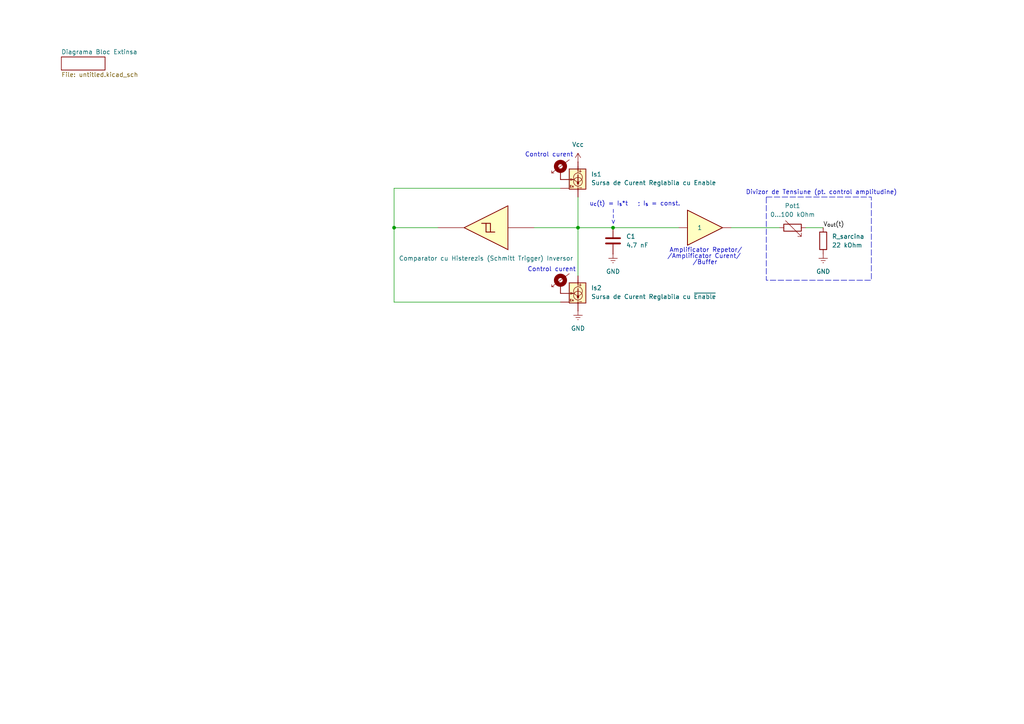
<source format=kicad_sch>
(kicad_sch
	(version 20231120)
	(generator "eeschema")
	(generator_version "8.0")
	(uuid "bef26068-d4bd-4eb9-8499-f4310890c622")
	(paper "A4")
	(lib_symbols
		(symbol "74xGxx:74LVC2G17"
			(pin_numbers hide)
			(exclude_from_sim no)
			(in_bom yes)
			(on_board yes)
			(property "Reference" "U"
				(at -1.27 7.62 0)
				(effects
					(font
						(size 1.27 1.27)
					)
				)
			)
			(property "Value" "74LVC2G17"
				(at 2.54 -7.62 0)
				(effects
					(font
						(size 1.27 1.27)
					)
				)
			)
			(property "Footprint" ""
				(at 0 0 0)
				(effects
					(font
						(size 1.27 1.27)
					)
					(hide yes)
				)
			)
			(property "Datasheet" "http://www.ti.com/lit/sg/scyt129e/scyt129e.pdf"
				(at 0 0 0)
				(effects
					(font
						(size 1.27 1.27)
					)
					(hide yes)
				)
			)
			(property "Description" "Dual Buffer, Schmitt Triggered, Low-Voltage CMOS"
				(at 0 0 0)
				(effects
					(font
						(size 1.27 1.27)
					)
					(hide yes)
				)
			)
			(property "ki_keywords" "Dual Buffer Schmitt LVC CMOS"
				(at 0 0 0)
				(effects
					(font
						(size 1.27 1.27)
					)
					(hide yes)
				)
			)
			(property "ki_fp_filters" "SG-* SOT*"
				(at 0 0 0)
				(effects
					(font
						(size 1.27 1.27)
					)
					(hide yes)
				)
			)
			(symbol "74LVC2G17_1_1"
				(polyline
					(pts
						(xy -2.54 1.27) (xy -1.27 1.27) (xy -1.27 -1.27)
					)
					(stroke
						(width 0.254)
						(type default)
					)
					(fill
						(type background)
					)
				)
				(polyline
					(pts
						(xy -7.62 6.35) (xy -7.62 -6.35) (xy 5.08 0) (xy -7.62 6.35)
					)
					(stroke
						(width 0.254)
						(type default)
					)
					(fill
						(type background)
					)
				)
				(polyline
					(pts
						(xy -3.81 1.27) (xy -2.54 1.27) (xy -2.54 -1.27) (xy 0 -1.27)
					)
					(stroke
						(width 0.254)
						(type default)
					)
					(fill
						(type background)
					)
				)
				(pin input line
					(at -15.24 0 0)
					(length 7.62)
					(name "~"
						(effects
							(font
								(size 1.27 1.27)
							)
						)
					)
					(number "1"
						(effects
							(font
								(size 1.27 1.27)
							)
						)
					)
				)
				(pin output line
					(at 12.7 0 180)
					(length 7.62)
					(name "~"
						(effects
							(font
								(size 1.27 1.27)
							)
						)
					)
					(number "6"
						(effects
							(font
								(size 1.27 1.27)
							)
						)
					)
				)
			)
			(symbol "74LVC2G17_2_1"
				(polyline
					(pts
						(xy -2.54 1.27) (xy -1.27 1.27) (xy -1.27 -1.27)
					)
					(stroke
						(width 0.254)
						(type default)
					)
					(fill
						(type background)
					)
				)
				(polyline
					(pts
						(xy -7.62 6.35) (xy -7.62 -6.35) (xy 5.08 0) (xy -7.62 6.35)
					)
					(stroke
						(width 0.254)
						(type default)
					)
					(fill
						(type background)
					)
				)
				(polyline
					(pts
						(xy -3.81 1.27) (xy -2.54 1.27) (xy -2.54 -1.27) (xy 0 -1.27)
					)
					(stroke
						(width 0.254)
						(type default)
					)
					(fill
						(type background)
					)
				)
				(pin input line
					(at -15.24 0 0)
					(length 7.62)
					(name "~"
						(effects
							(font
								(size 1.27 1.27)
							)
						)
					)
					(number "3"
						(effects
							(font
								(size 1.27 1.27)
							)
						)
					)
				)
				(pin output line
					(at 12.7 0 180)
					(length 7.62)
					(name "~"
						(effects
							(font
								(size 1.27 1.27)
							)
						)
					)
					(number "4"
						(effects
							(font
								(size 1.27 1.27)
							)
						)
					)
				)
			)
			(symbol "74LVC2G17_3_0"
				(rectangle
					(start -5.08 -5.08)
					(end 5.08 5.08)
					(stroke
						(width 0.254)
						(type default)
					)
					(fill
						(type background)
					)
				)
			)
			(symbol "74LVC2G17_3_1"
				(pin power_in line
					(at 0 -10.16 90)
					(length 5.08)
					(name "GND"
						(effects
							(font
								(size 1.27 1.27)
							)
						)
					)
					(number "2"
						(effects
							(font
								(size 1.27 1.27)
							)
						)
					)
				)
				(pin power_in line
					(at 0 10.16 270)
					(length 5.08)
					(name "VCC"
						(effects
							(font
								(size 1.27 1.27)
							)
						)
					)
					(number "5"
						(effects
							(font
								(size 1.27 1.27)
							)
						)
					)
				)
			)
		)
		(symbol "Device:C"
			(pin_numbers hide)
			(pin_names
				(offset 0.254)
			)
			(exclude_from_sim no)
			(in_bom yes)
			(on_board yes)
			(property "Reference" "C"
				(at 0.635 2.54 0)
				(effects
					(font
						(size 1.27 1.27)
					)
					(justify left)
				)
			)
			(property "Value" "C"
				(at 0.635 -2.54 0)
				(effects
					(font
						(size 1.27 1.27)
					)
					(justify left)
				)
			)
			(property "Footprint" ""
				(at 0.9652 -3.81 0)
				(effects
					(font
						(size 1.27 1.27)
					)
					(hide yes)
				)
			)
			(property "Datasheet" "~"
				(at 0 0 0)
				(effects
					(font
						(size 1.27 1.27)
					)
					(hide yes)
				)
			)
			(property "Description" "Unpolarized capacitor"
				(at 0 0 0)
				(effects
					(font
						(size 1.27 1.27)
					)
					(hide yes)
				)
			)
			(property "ki_keywords" "cap capacitor"
				(at 0 0 0)
				(effects
					(font
						(size 1.27 1.27)
					)
					(hide yes)
				)
			)
			(property "ki_fp_filters" "C_*"
				(at 0 0 0)
				(effects
					(font
						(size 1.27 1.27)
					)
					(hide yes)
				)
			)
			(symbol "C_0_1"
				(polyline
					(pts
						(xy -2.032 -0.762) (xy 2.032 -0.762)
					)
					(stroke
						(width 0.508)
						(type default)
					)
					(fill
						(type none)
					)
				)
				(polyline
					(pts
						(xy -2.032 0.762) (xy 2.032 0.762)
					)
					(stroke
						(width 0.508)
						(type default)
					)
					(fill
						(type none)
					)
				)
			)
			(symbol "C_1_1"
				(pin passive line
					(at 0 3.81 270)
					(length 2.794)
					(name "~"
						(effects
							(font
								(size 1.27 1.27)
							)
						)
					)
					(number "1"
						(effects
							(font
								(size 1.27 1.27)
							)
						)
					)
				)
				(pin passive line
					(at 0 -3.81 90)
					(length 2.794)
					(name "~"
						(effects
							(font
								(size 1.27 1.27)
							)
						)
					)
					(number "2"
						(effects
							(font
								(size 1.27 1.27)
							)
						)
					)
				)
			)
		)
		(symbol "Device:R"
			(pin_numbers hide)
			(pin_names
				(offset 0)
			)
			(exclude_from_sim no)
			(in_bom yes)
			(on_board yes)
			(property "Reference" "R"
				(at 2.032 0 90)
				(effects
					(font
						(size 1.27 1.27)
					)
				)
			)
			(property "Value" "R"
				(at 0 0 90)
				(effects
					(font
						(size 1.27 1.27)
					)
				)
			)
			(property "Footprint" ""
				(at -1.778 0 90)
				(effects
					(font
						(size 1.27 1.27)
					)
					(hide yes)
				)
			)
			(property "Datasheet" "~"
				(at 0 0 0)
				(effects
					(font
						(size 1.27 1.27)
					)
					(hide yes)
				)
			)
			(property "Description" "Resistor"
				(at 0 0 0)
				(effects
					(font
						(size 1.27 1.27)
					)
					(hide yes)
				)
			)
			(property "ki_keywords" "R res resistor"
				(at 0 0 0)
				(effects
					(font
						(size 1.27 1.27)
					)
					(hide yes)
				)
			)
			(property "ki_fp_filters" "R_*"
				(at 0 0 0)
				(effects
					(font
						(size 1.27 1.27)
					)
					(hide yes)
				)
			)
			(symbol "R_0_1"
				(rectangle
					(start -1.016 -2.54)
					(end 1.016 2.54)
					(stroke
						(width 0.254)
						(type default)
					)
					(fill
						(type none)
					)
				)
			)
			(symbol "R_1_1"
				(pin passive line
					(at 0 3.81 270)
					(length 1.27)
					(name "~"
						(effects
							(font
								(size 1.27 1.27)
							)
						)
					)
					(number "1"
						(effects
							(font
								(size 1.27 1.27)
							)
						)
					)
				)
				(pin passive line
					(at 0 -3.81 90)
					(length 1.27)
					(name "~"
						(effects
							(font
								(size 1.27 1.27)
							)
						)
					)
					(number "2"
						(effects
							(font
								(size 1.27 1.27)
							)
						)
					)
				)
			)
		)
		(symbol "Device:R_Variable"
			(pin_numbers hide)
			(pin_names
				(offset 0)
			)
			(exclude_from_sim no)
			(in_bom yes)
			(on_board yes)
			(property "Reference" "R"
				(at 2.54 -2.54 90)
				(effects
					(font
						(size 1.27 1.27)
					)
					(justify left)
				)
			)
			(property "Value" "R_Variable"
				(at -2.54 -1.27 90)
				(effects
					(font
						(size 1.27 1.27)
					)
					(justify left)
				)
			)
			(property "Footprint" ""
				(at -1.778 0 90)
				(effects
					(font
						(size 1.27 1.27)
					)
					(hide yes)
				)
			)
			(property "Datasheet" "~"
				(at 0 0 0)
				(effects
					(font
						(size 1.27 1.27)
					)
					(hide yes)
				)
			)
			(property "Description" "Variable resistor"
				(at 0 0 0)
				(effects
					(font
						(size 1.27 1.27)
					)
					(hide yes)
				)
			)
			(property "ki_keywords" "R res resistor variable potentiometer rheostat"
				(at 0 0 0)
				(effects
					(font
						(size 1.27 1.27)
					)
					(hide yes)
				)
			)
			(property "ki_fp_filters" "R_*"
				(at 0 0 0)
				(effects
					(font
						(size 1.27 1.27)
					)
					(hide yes)
				)
			)
			(symbol "R_Variable_0_1"
				(rectangle
					(start -1.016 -2.54)
					(end 1.016 2.54)
					(stroke
						(width 0.254)
						(type default)
					)
					(fill
						(type none)
					)
				)
				(polyline
					(pts
						(xy 2.54 1.524) (xy 2.54 2.54) (xy 1.524 2.54) (xy 2.54 2.54) (xy -2.032 -2.032)
					)
					(stroke
						(width 0)
						(type default)
					)
					(fill
						(type none)
					)
				)
			)
			(symbol "R_Variable_1_1"
				(pin passive line
					(at 0 3.81 270)
					(length 1.27)
					(name "~"
						(effects
							(font
								(size 1.27 1.27)
							)
						)
					)
					(number "1"
						(effects
							(font
								(size 1.27 1.27)
							)
						)
					)
				)
				(pin passive line
					(at 0 -3.81 90)
					(length 1.27)
					(name "~"
						(effects
							(font
								(size 1.27 1.27)
							)
						)
					)
					(number "2"
						(effects
							(font
								(size 1.27 1.27)
							)
						)
					)
				)
			)
		)
		(symbol "Mechanical:MountingHole_Pad"
			(pin_numbers hide)
			(pin_names
				(offset 1.016) hide)
			(exclude_from_sim no)
			(in_bom yes)
			(on_board yes)
			(property "Reference" "H1"
				(at 3.81 1.27 90)
				(effects
					(font
						(size 1.27 1.27)
					)
					(hide yes)
				)
			)
			(property "Value" "MountingHole_Pad"
				(at 3.81 1.27 90)
				(effects
					(font
						(size 1.27 1.27)
					)
					(hide yes)
				)
			)
			(property "Footprint" ""
				(at 0 0 0)
				(effects
					(font
						(size 1.27 1.27)
					)
					(hide yes)
				)
			)
			(property "Datasheet" "~"
				(at 0 0 0)
				(effects
					(font
						(size 1.27 1.27)
					)
					(hide yes)
				)
			)
			(property "Description" "Mounting Hole with connection"
				(at 0 0 0)
				(effects
					(font
						(size 1.27 1.27)
					)
					(hide yes)
				)
			)
			(property "ki_keywords" "mounting hole"
				(at 0 0 0)
				(effects
					(font
						(size 1.27 1.27)
					)
					(hide yes)
				)
			)
			(property "ki_fp_filters" "MountingHole*Pad*"
				(at 0 0 0)
				(effects
					(font
						(size 1.27 1.27)
					)
					(hide yes)
				)
			)
			(symbol "MountingHole_Pad_0_1"
				(polyline
					(pts
						(xy -2.54 3.175) (xy 2.54 -0.635)
					)
					(stroke
						(width 0)
						(type default)
					)
					(fill
						(type none)
					)
				)
				(polyline
					(pts
						(xy 2.54 -0.635) (xy 1.905 -0.635)
					)
					(stroke
						(width 0)
						(type default)
					)
					(fill
						(type none)
					)
				)
				(polyline
					(pts
						(xy 2.54 -0.635) (xy 2.54 0)
					)
					(stroke
						(width 0)
						(type default)
					)
					(fill
						(type none)
					)
				)
				(circle
					(center 0 1.27)
					(radius 1.27)
					(stroke
						(width 1.27)
						(type default)
					)
					(fill
						(type none)
					)
				)
			)
			(symbol "MountingHole_Pad_1_1"
				(pin input line
					(at 0 -2.54 90)
					(length 2.54)
					(name "1"
						(effects
							(font
								(size 1.27 1.27)
							)
						)
					)
					(number "1"
						(effects
							(font
								(size 1.27 1.27)
							)
						)
					)
				)
			)
		)
		(symbol "RF_Amplifier:GALI-1"
			(pin_numbers hide)
			(exclude_from_sim no)
			(in_bom yes)
			(on_board yes)
			(property "Reference" "U1"
				(at 0 10.16 0)
				(effects
					(font
						(size 1.27 1.27)
					)
					(hide yes)
				)
			)
			(property "Value" "GALI-1"
				(at 0 7.62 0)
				(effects
					(font
						(size 1.27 1.27)
					)
					(hide yes)
				)
			)
			(property "Footprint" "Package_TO_SOT_SMD:SOT-89-3"
				(at 1.27 10.16 0)
				(effects
					(font
						(size 1.27 1.27)
					)
					(hide yes)
				)
			)
			(property "Datasheet" "https://www.minicircuits.com/pdfs/GALI-1+.pdf"
				(at 0 0 0)
				(effects
					(font
						(size 1.27 1.27)
					)
					(hide yes)
				)
			)
			(property "Description" "DC-8000MHz +11.8dB Gain Block, SOT-89"
				(at 0 0 0)
				(effects
					(font
						(size 1.27 1.27)
					)
					(hide yes)
				)
			)
			(property "ki_keywords" "RF amplifier"
				(at 0 0 0)
				(effects
					(font
						(size 1.27 1.27)
					)
					(hide yes)
				)
			)
			(property "ki_fp_filters" "SOT?89*"
				(at 0 0 0)
				(effects
					(font
						(size 1.27 1.27)
					)
					(hide yes)
				)
			)
			(symbol "GALI-1_0_1"
				(polyline
					(pts
						(xy 5.08 0) (xy -5.08 5.08) (xy -5.08 -5.08) (xy 5.08 0)
					)
					(stroke
						(width 0.254)
						(type default)
					)
					(fill
						(type background)
					)
				)
			)
			(symbol "GALI-1_1_1"
				(pin input line
					(at -7.62 0 0)
					(length 2.54)
					(name "~"
						(effects
							(font
								(size 1.27 1.27)
							)
						)
					)
					(number "1"
						(effects
							(font
								(size 1.27 1.27)
							)
						)
					)
				)
				(pin power_in line
					(at -2.54 -7.62 90)
					(length 3.81) hide
					(name "GND"
						(effects
							(font
								(size 1.27 1.27)
							)
						)
					)
					(number "2"
						(effects
							(font
								(size 1.27 1.27)
							)
						)
					)
				)
				(pin output line
					(at 7.62 0 180)
					(length 2.54)
					(name "~"
						(effects
							(font
								(size 1.27 1.27)
							)
						)
					)
					(number "3"
						(effects
							(font
								(size 1.27 1.27)
							)
						)
					)
				)
			)
		)
		(symbol "Reference_Current:LT3092xDD"
			(pin_numbers hide)
			(exclude_from_sim no)
			(in_bom yes)
			(on_board yes)
			(property "Reference" "Is1"
				(at -3.81 1.524 0)
				(effects
					(font
						(size 1.27 1.27)
					)
					(justify right)
				)
			)
			(property "Value" "Sursa de Curent Reglabila cu Enable"
				(at -3.81 -0.9524 0)
				(effects
					(font
						(size 1.27 1.27)
					)
					(justify right)
				)
			)
			(property "Footprint" "Package_DFN_QFN:DFN-8-1EP_3x3mm_P0.5mm_EP1.66x2.38mm"
				(at 3.556 -20.066 0)
				(effects
					(font
						(size 1.27 1.27)
						(italic yes)
					)
					(justify left)
					(hide yes)
				)
			)
			(property "Datasheet" "https://www.analog.com/media/en/technical-documentation/data-sheets/3092fc.pdf"
				(at -3.81 15.494 0)
				(effects
					(font
						(size 1.27 1.27)
						(italic yes)
					)
					(hide yes)
				)
			)
			(property "Description" "200mA 2-Terminal Programmable Current Source, DFN-8"
				(at 5.334 18.034 0)
				(effects
					(font
						(size 1.27 1.27)
					)
					(hide yes)
				)
			)
			(property "ki_keywords" "current source"
				(at 0 0 0)
				(effects
					(font
						(size 1.27 1.27)
					)
					(hide yes)
				)
			)
			(property "ki_fp_filters" "DFN*1EP*3x3mm*P0.5mm*"
				(at 0 0 0)
				(effects
					(font
						(size 1.27 1.27)
					)
					(hide yes)
				)
			)
			(symbol "LT3092xDD_0_1"
				(rectangle
					(start -2.286 3.048)
					(end 2.54 -2.794)
					(stroke
						(width 0.254)
						(type default)
					)
					(fill
						(type background)
					)
				)
				(circle
					(center 0 -0.635)
					(radius 1.27)
					(stroke
						(width 0)
						(type default)
					)
					(fill
						(type none)
					)
				)
				(polyline
					(pts
						(xy -1.143 -2.413) (xy -0.381 -2.413)
					)
					(stroke
						(width 0)
						(type default)
					)
					(fill
						(type none)
					)
				)
				(polyline
					(pts
						(xy -1.016 2.413) (xy -0.254 2.413)
					)
					(stroke
						(width 0)
						(type default)
					)
					(fill
						(type none)
					)
				)
				(polyline
					(pts
						(xy -0.635 2.794) (xy -0.635 2.032)
					)
					(stroke
						(width 0)
						(type default)
					)
					(fill
						(type none)
					)
				)
				(polyline
					(pts
						(xy 0 -1.905) (xy 0 -3.175)
					)
					(stroke
						(width 0)
						(type default)
					)
					(fill
						(type none)
					)
				)
				(polyline
					(pts
						(xy 0 1.397) (xy 0 -1.397)
					)
					(stroke
						(width 0.254)
						(type default)
					)
					(fill
						(type none)
					)
				)
				(polyline
					(pts
						(xy 0 3.81) (xy 0 1.905)
					)
					(stroke
						(width 0)
						(type default)
					)
					(fill
						(type none)
					)
				)
				(polyline
					(pts
						(xy 2.54 0) (xy 1.27 0)
					)
					(stroke
						(width 0)
						(type default)
					)
					(fill
						(type none)
					)
				)
				(polyline
					(pts
						(xy 0 -1.397) (xy -0.254 -0.889) (xy 0.254 -0.889) (xy 0 -1.397)
					)
					(stroke
						(width 0.254)
						(type default)
					)
					(fill
						(type none)
					)
				)
				(polyline
					(pts
						(xy 1.27 0) (xy 2.159 0.254) (xy 2.159 -0.254) (xy 1.27 0)
					)
					(stroke
						(width 0)
						(type default)
					)
					(fill
						(type none)
					)
				)
				(circle
					(center 0 0.635)
					(radius 1.27)
					(stroke
						(width 0)
						(type default)
					)
					(fill
						(type none)
					)
				)
			)
			(symbol "LT3092xDD_1_1"
				(text "En"
					(at 1.778 -2.032 0)
					(effects
						(font
							(size 0.635 0.635)
						)
					)
				)
				(pin passive line
					(at 5.08 -2.54 180)
					(length 2.54)
					(name "~"
						(effects
							(font
								(size 1.27 1.27)
							)
						)
					)
					(number "1"
						(effects
							(font
								(size 1.27 1.27)
							)
						)
					)
				)
				(pin passive line
					(at 0 -5.08 90)
					(length 2.54)
					(name "~"
						(effects
							(font
								(size 1.27 1.27)
							)
						)
					)
					(number "2"
						(effects
							(font
								(size 1.27 1.27)
							)
						)
					)
				)
				(pin no_connect line
					(at 12.7 10.16 0)
					(length 2.54) hide
					(name "NC"
						(effects
							(font
								(size 1.27 1.27)
							)
						)
					)
					(number "3"
						(effects
							(font
								(size 1.27 1.27)
							)
						)
					)
				)
				(pin passive line
					(at 5.08 0 180)
					(length 2.54)
					(name "~"
						(effects
							(font
								(size 1.27 1.27)
							)
						)
					)
					(number "4"
						(effects
							(font
								(size 1.27 1.27)
							)
						)
					)
				)
				(pin no_connect line
					(at 12.7 6.35 0)
					(length 2.54) hide
					(name "NC"
						(effects
							(font
								(size 1.27 1.27)
							)
						)
					)
					(number "5"
						(effects
							(font
								(size 1.27 1.27)
							)
						)
					)
				)
				(pin no_connect line
					(at 29.21 10.16 0)
					(length 2.54) hide
					(name "NC"
						(effects
							(font
								(size 1.27 1.27)
							)
						)
					)
					(number "6"
						(effects
							(font
								(size 1.27 1.27)
							)
						)
					)
				)
				(pin passive line
					(at 0 5.08 270)
					(length 2.54)
					(name "~"
						(effects
							(font
								(size 1.27 1.27)
							)
						)
					)
					(number "7"
						(effects
							(font
								(size 1.27 1.27)
							)
						)
					)
				)
				(pin passive line
					(at 26.67 1.27 270)
					(length 2.54) hide
					(name "~"
						(effects
							(font
								(size 1.27 1.27)
							)
						)
					)
					(number "8"
						(effects
							(font
								(size 1.27 1.27)
							)
						)
					)
				)
				(pin passive line
					(at 33.02 3.81 90)
					(length 2.54) hide
					(name "~"
						(effects
							(font
								(size 1.27 1.27)
							)
						)
					)
					(number "9"
						(effects
							(font
								(size 1.27 1.27)
							)
						)
					)
				)
			)
		)
		(symbol "power:GNDREF"
			(power)
			(pin_numbers hide)
			(pin_names
				(offset 0) hide)
			(exclude_from_sim no)
			(in_bom yes)
			(on_board yes)
			(property "Reference" "#PWR"
				(at 0 -6.35 0)
				(effects
					(font
						(size 1.27 1.27)
					)
					(hide yes)
				)
			)
			(property "Value" "GNDREF"
				(at 0 -3.81 0)
				(effects
					(font
						(size 1.27 1.27)
					)
				)
			)
			(property "Footprint" ""
				(at 0 0 0)
				(effects
					(font
						(size 1.27 1.27)
					)
					(hide yes)
				)
			)
			(property "Datasheet" ""
				(at 0 0 0)
				(effects
					(font
						(size 1.27 1.27)
					)
					(hide yes)
				)
			)
			(property "Description" "Power symbol creates a global label with name \"GNDREF\" , reference supply ground"
				(at 0 0 0)
				(effects
					(font
						(size 1.27 1.27)
					)
					(hide yes)
				)
			)
			(property "ki_keywords" "global power"
				(at 0 0 0)
				(effects
					(font
						(size 1.27 1.27)
					)
					(hide yes)
				)
			)
			(symbol "GNDREF_0_1"
				(polyline
					(pts
						(xy -0.635 -1.905) (xy 0.635 -1.905)
					)
					(stroke
						(width 0)
						(type default)
					)
					(fill
						(type none)
					)
				)
				(polyline
					(pts
						(xy -0.127 -2.54) (xy 0.127 -2.54)
					)
					(stroke
						(width 0)
						(type default)
					)
					(fill
						(type none)
					)
				)
				(polyline
					(pts
						(xy 0 -1.27) (xy 0 0)
					)
					(stroke
						(width 0)
						(type default)
					)
					(fill
						(type none)
					)
				)
				(polyline
					(pts
						(xy 1.27 -1.27) (xy -1.27 -1.27)
					)
					(stroke
						(width 0)
						(type default)
					)
					(fill
						(type none)
					)
				)
			)
			(symbol "GNDREF_1_1"
				(pin power_in line
					(at 0 0 270)
					(length 0)
					(name "~"
						(effects
							(font
								(size 1.27 1.27)
							)
						)
					)
					(number "1"
						(effects
							(font
								(size 1.27 1.27)
							)
						)
					)
				)
			)
		)
		(symbol "power:VCC"
			(power)
			(pin_numbers hide)
			(pin_names
				(offset 0) hide)
			(exclude_from_sim no)
			(in_bom yes)
			(on_board yes)
			(property "Reference" "#PWR"
				(at 0 -3.81 0)
				(effects
					(font
						(size 1.27 1.27)
					)
					(hide yes)
				)
			)
			(property "Value" "VCC"
				(at 0 3.556 0)
				(effects
					(font
						(size 1.27 1.27)
					)
				)
			)
			(property "Footprint" ""
				(at 0 0 0)
				(effects
					(font
						(size 1.27 1.27)
					)
					(hide yes)
				)
			)
			(property "Datasheet" ""
				(at 0 0 0)
				(effects
					(font
						(size 1.27 1.27)
					)
					(hide yes)
				)
			)
			(property "Description" "Power symbol creates a global label with name \"VCC\""
				(at 0 0 0)
				(effects
					(font
						(size 1.27 1.27)
					)
					(hide yes)
				)
			)
			(property "ki_keywords" "global power"
				(at 0 0 0)
				(effects
					(font
						(size 1.27 1.27)
					)
					(hide yes)
				)
			)
			(symbol "VCC_0_1"
				(polyline
					(pts
						(xy -0.762 1.27) (xy 0 2.54)
					)
					(stroke
						(width 0)
						(type default)
					)
					(fill
						(type none)
					)
				)
				(polyline
					(pts
						(xy 0 0) (xy 0 2.54)
					)
					(stroke
						(width 0)
						(type default)
					)
					(fill
						(type none)
					)
				)
				(polyline
					(pts
						(xy 0 2.54) (xy 0.762 1.27)
					)
					(stroke
						(width 0)
						(type default)
					)
					(fill
						(type none)
					)
				)
			)
			(symbol "VCC_1_1"
				(pin power_in line
					(at 0 0 90)
					(length 0)
					(name "~"
						(effects
							(font
								(size 1.27 1.27)
							)
						)
					)
					(number "1"
						(effects
							(font
								(size 1.27 1.27)
							)
						)
					)
				)
			)
		)
	)
	(junction
		(at 114.3 66.04)
		(diameter 0)
		(color 0 0 0 0)
		(uuid "aeb4d102-eea6-40aa-a1d1-5143115e1c7c")
	)
	(junction
		(at 177.8 66.04)
		(diameter 0)
		(color 0 0 0 0)
		(uuid "b3f48e49-19be-4a13-8645-e86674333ee5")
	)
	(junction
		(at 167.64 66.04)
		(diameter 0)
		(color 0 0 0 0)
		(uuid "e0a53cbf-84ce-4200-accb-5dfcf09aad05")
	)
	(wire
		(pts
			(xy 154.94 66.04) (xy 167.64 66.04)
		)
		(stroke
			(width 0)
			(type default)
		)
		(uuid "11b5bf65-fb69-4779-8754-193f8ac3b229")
	)
	(wire
		(pts
			(xy 212.09 66.04) (xy 226.06 66.04)
		)
		(stroke
			(width 0)
			(type default)
		)
		(uuid "279ce7a8-efd5-44e4-91d7-dfb3941c8e06")
	)
	(wire
		(pts
			(xy 114.3 87.63) (xy 162.56 87.63)
		)
		(stroke
			(width 0)
			(type default)
		)
		(uuid "5cc599f4-d911-4e6c-9beb-6de1455f85f7")
	)
	(wire
		(pts
			(xy 177.8 66.04) (xy 196.85 66.04)
		)
		(stroke
			(width 0)
			(type default)
		)
		(uuid "6f2c32ad-95f6-47c8-830a-0dca76c1ed28")
	)
	(wire
		(pts
			(xy 114.3 54.61) (xy 162.56 54.61)
		)
		(stroke
			(width 0)
			(type default)
		)
		(uuid "819b3f09-12b5-4567-bb43-82ae752d436c")
	)
	(wire
		(pts
			(xy 114.3 66.04) (xy 127 66.04)
		)
		(stroke
			(width 0)
			(type default)
		)
		(uuid "8f88334e-e1af-4020-825c-c52b6df1917b")
	)
	(wire
		(pts
			(xy 167.64 57.15) (xy 167.64 66.04)
		)
		(stroke
			(width 0)
			(type default)
		)
		(uuid "953fd474-9fea-4778-9d5e-3ff083a9eeea")
	)
	(wire
		(pts
			(xy 114.3 54.61) (xy 114.3 66.04)
		)
		(stroke
			(width 0)
			(type default)
		)
		(uuid "c95513d8-0eb7-4964-b6c4-f0117dca8101")
	)
	(wire
		(pts
			(xy 167.64 66.04) (xy 177.8 66.04)
		)
		(stroke
			(width 0)
			(type default)
		)
		(uuid "cccbb977-521a-47af-82d2-f9a425519bff")
	)
	(wire
		(pts
			(xy 167.64 66.04) (xy 167.64 80.01)
		)
		(stroke
			(width 0)
			(type default)
		)
		(uuid "dbf155f4-6982-4dc4-900f-4efde4a1de97")
	)
	(wire
		(pts
			(xy 233.68 66.04) (xy 238.76 66.04)
		)
		(stroke
			(width 0)
			(type default)
		)
		(uuid "dcc54bce-cd17-40ab-98bb-db84541f1c83")
	)
	(wire
		(pts
			(xy 114.3 66.04) (xy 114.3 87.63)
		)
		(stroke
			(width 0)
			(type default)
		)
		(uuid "e8d5487b-fc3b-4706-bca7-bfd9e6ad5d23")
	)
	(rectangle
		(start 222.25 57.15)
		(end 252.73 81.28)
		(stroke
			(width 0)
			(type dash)
		)
		(fill
			(type none)
		)
		(uuid c17ec038-4caa-47e0-8f69-93b2d7116aad)
	)
	(text "Control curent"
		(exclude_from_sim no)
		(at 159.258 44.958 0)
		(effects
			(font
				(size 1.27 1.27)
			)
		)
		(uuid "0ae1923e-75d0-43d5-b64f-9a73907d3968")
	)
	(text "Divizor de Tensiune (pt. control amplitudine)"
		(exclude_from_sim no)
		(at 238.252 55.88 0)
		(effects
			(font
				(size 1.27 1.27)
			)
		)
		(uuid "14e3eb60-aa3a-42f7-81e0-1984c1c8e671")
	)
	(text "<--\n"
		(exclude_from_sim no)
		(at 177.8 62.992 90)
		(effects
			(font
				(size 1.27 1.27)
			)
		)
		(uuid "15b6bc81-042e-4e8a-b185-66baa6afa4ec")
	)
	(text "/Buffer"
		(exclude_from_sim no)
		(at 204.47 76.2 0)
		(effects
			(font
				(size 1.27 1.27)
			)
		)
		(uuid "2926da8f-6268-40fe-9633-0876cadd9d06")
	)
	(text "Amplificator Repetor/"
		(exclude_from_sim no)
		(at 204.724 72.644 0)
		(effects
			(font
				(size 1.27 1.27)
			)
		)
		(uuid "7e725336-9cc3-4cd4-b733-b16ed0475560")
	)
	(text "u_{c}(t) = I_{s}*t   ; I_{s} = const."
		(exclude_from_sim no)
		(at 184.15 59.182 0)
		(effects
			(font
				(size 1.27 1.27)
			)
		)
		(uuid "91057b93-9065-4acf-9663-dbbe22eb3f87")
	)
	(text "Control curent"
		(exclude_from_sim no)
		(at 160.02 78.232 0)
		(effects
			(font
				(size 1.27 1.27)
			)
		)
		(uuid "a94450a7-a925-438b-9392-7511a925af39")
	)
	(text "/Amplificator Curent/"
		(exclude_from_sim no)
		(at 204.216 74.422 0)
		(effects
			(font
				(size 1.27 1.27)
			)
		)
		(uuid "bd6aba8d-df41-46e3-90b5-a21d63ba9a87")
	)
	(label "V_{out}(t)"
		(at 238.76 66.04 0)
		(fields_autoplaced yes)
		(effects
			(font
				(size 1.27 1.27)
			)
			(justify left bottom)
		)
		(uuid "a19336b3-8cf2-46fb-bd35-f50b95db6ea9")
	)
	(symbol
		(lib_id "power:GNDREF")
		(at 167.64 90.17 0)
		(unit 1)
		(exclude_from_sim no)
		(in_bom yes)
		(on_board yes)
		(dnp no)
		(fields_autoplaced yes)
		(uuid "056fa48d-71f6-47c8-82c8-3761bbeb4e04")
		(property "Reference" "#PWR03"
			(at 167.64 96.52 0)
			(effects
				(font
					(size 1.27 1.27)
				)
				(hide yes)
			)
		)
		(property "Value" "GND"
			(at 167.64 95.25 0)
			(effects
				(font
					(size 1.27 1.27)
				)
			)
		)
		(property "Footprint" ""
			(at 167.64 90.17 0)
			(effects
				(font
					(size 1.27 1.27)
				)
				(hide yes)
			)
		)
		(property "Datasheet" ""
			(at 167.64 90.17 0)
			(effects
				(font
					(size 1.27 1.27)
				)
				(hide yes)
			)
		)
		(property "Description" "Power symbol creates a global label with name \"GNDREF\" , reference supply ground"
			(at 167.64 90.17 0)
			(effects
				(font
					(size 1.27 1.27)
				)
				(hide yes)
			)
		)
		(pin "1"
			(uuid "e83f1a9b-9f25-45b7-8f97-193dd4757bac")
		)
		(instances
			(project "Proiect1_BlockDiagram"
				(path "/bef26068-d4bd-4eb9-8499-f4310890c622"
					(reference "#PWR03")
					(unit 1)
				)
			)
		)
	)
	(symbol
		(lib_id "power:GNDREF")
		(at 177.8 73.66 0)
		(unit 1)
		(exclude_from_sim no)
		(in_bom yes)
		(on_board yes)
		(dnp no)
		(fields_autoplaced yes)
		(uuid "15c67714-c40e-487f-ab1f-71089dac04b4")
		(property "Reference" "#PWR02"
			(at 177.8 80.01 0)
			(effects
				(font
					(size 1.27 1.27)
				)
				(hide yes)
			)
		)
		(property "Value" "GND"
			(at 177.8 78.74 0)
			(effects
				(font
					(size 1.27 1.27)
				)
			)
		)
		(property "Footprint" ""
			(at 177.8 73.66 0)
			(effects
				(font
					(size 1.27 1.27)
				)
				(hide yes)
			)
		)
		(property "Datasheet" ""
			(at 177.8 73.66 0)
			(effects
				(font
					(size 1.27 1.27)
				)
				(hide yes)
			)
		)
		(property "Description" "Power symbol creates a global label with name \"GNDREF\" , reference supply ground"
			(at 177.8 73.66 0)
			(effects
				(font
					(size 1.27 1.27)
				)
				(hide yes)
			)
		)
		(pin "1"
			(uuid "d4198dd3-bd3b-4299-99d0-2b8f19038f0f")
		)
		(instances
			(project "Proiect1_BlockDiagram"
				(path "/bef26068-d4bd-4eb9-8499-f4310890c622"
					(reference "#PWR02")
					(unit 1)
				)
			)
		)
	)
	(symbol
		(lib_id "Reference_Current:LT3092xDD")
		(at 167.64 85.09 0)
		(mirror y)
		(unit 1)
		(exclude_from_sim no)
		(in_bom yes)
		(on_board yes)
		(dnp no)
		(fields_autoplaced yes)
		(uuid "1e63f9d8-b36a-4919-a517-90bb82ee446c")
		(property "Reference" "Is2"
			(at 171.45 83.5024 0)
			(effects
				(font
					(size 1.27 1.27)
				)
				(justify right)
			)
		)
		(property "Value" "Sursa de Curent Reglabila cu ~{Enable}"
			(at 171.45 86.0424 0)
			(effects
				(font
					(size 1.27 1.27)
				)
				(justify right)
			)
		)
		(property "Footprint" "Package_DFN_QFN:DFN-8-1EP_3x3mm_P0.5mm_EP1.66x2.38mm"
			(at 164.084 105.156 0)
			(effects
				(font
					(size 1.27 1.27)
					(italic yes)
				)
				(justify left)
				(hide yes)
			)
		)
		(property "Datasheet" "https://www.analog.com/media/en/technical-documentation/data-sheets/3092fc.pdf"
			(at 171.45 69.596 0)
			(effects
				(font
					(size 1.27 1.27)
					(italic yes)
				)
				(hide yes)
			)
		)
		(property "Description" "200mA 2-Terminal Programmable Current Source, DFN-8"
			(at 162.306 67.056 0)
			(effects
				(font
					(size 1.27 1.27)
				)
				(hide yes)
			)
		)
		(pin "1"
			(uuid "2f49eca6-d122-4ebf-a659-8f912ba6731c")
		)
		(pin "5"
			(uuid "91bbe7f2-1595-4ac3-8a5b-dc7ccd0ca8f7")
		)
		(pin "6"
			(uuid "6b9e09cb-649e-44ee-835d-a7d7f545ec27")
		)
		(pin "4"
			(uuid "3b0c23ed-3963-4f4d-8a74-ab1c8a4dca59")
		)
		(pin "7"
			(uuid "eb7a74b2-a931-48e6-afbf-ae285a48701b")
		)
		(pin "2"
			(uuid "c771c32a-2bd7-4192-b24a-06b2721c721b")
		)
		(pin "9"
			(uuid "34823c47-0082-448d-9790-0785faf55116")
		)
		(pin "3"
			(uuid "33a99fdf-688a-41fa-9c51-166890e10312")
		)
		(pin "8"
			(uuid "8573833f-0d2f-45eb-b70a-89274fc45619")
		)
		(instances
			(project "Proiect1_BlockDiagram"
				(path "/bef26068-d4bd-4eb9-8499-f4310890c622"
					(reference "Is2")
					(unit 1)
				)
			)
		)
	)
	(symbol
		(lib_id "Reference_Current:LT3092xDD")
		(at 167.64 52.07 0)
		(mirror y)
		(unit 1)
		(exclude_from_sim no)
		(in_bom yes)
		(on_board yes)
		(dnp no)
		(fields_autoplaced yes)
		(uuid "2781b19e-5e5f-4b4b-ab05-c87cb2fa5b6b")
		(property "Reference" "Is1"
			(at 171.45 50.546 0)
			(effects
				(font
					(size 1.27 1.27)
				)
				(justify right)
			)
		)
		(property "Value" "Sursa de Curent Reglabila cu Enable"
			(at 171.45 53.0224 0)
			(effects
				(font
					(size 1.27 1.27)
				)
				(justify right)
			)
		)
		(property "Footprint" "Package_DFN_QFN:DFN-8-1EP_3x3mm_P0.5mm_EP1.66x2.38mm"
			(at 164.084 72.136 0)
			(effects
				(font
					(size 1.27 1.27)
					(italic yes)
				)
				(justify left)
				(hide yes)
			)
		)
		(property "Datasheet" "https://www.analog.com/media/en/technical-documentation/data-sheets/3092fc.pdf"
			(at 171.45 36.576 0)
			(effects
				(font
					(size 1.27 1.27)
					(italic yes)
				)
				(hide yes)
			)
		)
		(property "Description" "200mA 2-Terminal Programmable Current Source, DFN-8"
			(at 162.306 34.036 0)
			(effects
				(font
					(size 1.27 1.27)
				)
				(hide yes)
			)
		)
		(pin "1"
			(uuid "77b067d1-1cdd-417c-9236-d22af2933762")
		)
		(pin "5"
			(uuid "a321c406-c6e9-49fd-a6ce-bd1af06bbe66")
		)
		(pin "6"
			(uuid "65aa1725-8844-4280-a9ab-258ed1c98e7b")
		)
		(pin "4"
			(uuid "f1673785-c160-49d8-92fa-985920f94af8")
		)
		(pin "7"
			(uuid "3fb9031b-6fc6-4db1-9108-e1d99c98ced8")
		)
		(pin "2"
			(uuid "f42ddf87-204c-4c4e-97a1-dd9ff509a029")
		)
		(pin "9"
			(uuid "c3b4b4af-957f-4ba4-8c32-7b406307d128")
		)
		(pin "3"
			(uuid "f308ba52-dcf6-4e6f-a137-cf5484bb963e")
		)
		(pin "8"
			(uuid "43eb8280-1a5f-4b67-aa7e-45c73cdc8324")
		)
		(instances
			(project "Proiect1_BlockDiagram"
				(path "/bef26068-d4bd-4eb9-8499-f4310890c622"
					(reference "Is1")
					(unit 1)
				)
			)
		)
	)
	(symbol
		(lib_id "power:GNDREF")
		(at 238.76 73.66 0)
		(unit 1)
		(exclude_from_sim no)
		(in_bom yes)
		(on_board yes)
		(dnp no)
		(fields_autoplaced yes)
		(uuid "35d9525a-9c6e-4337-b6fc-4bef3b200d52")
		(property "Reference" "#PWR04"
			(at 238.76 80.01 0)
			(effects
				(font
					(size 1.27 1.27)
				)
				(hide yes)
			)
		)
		(property "Value" "GND"
			(at 238.76 78.74 0)
			(effects
				(font
					(size 1.27 1.27)
				)
			)
		)
		(property "Footprint" ""
			(at 238.76 73.66 0)
			(effects
				(font
					(size 1.27 1.27)
				)
				(hide yes)
			)
		)
		(property "Datasheet" ""
			(at 238.76 73.66 0)
			(effects
				(font
					(size 1.27 1.27)
				)
				(hide yes)
			)
		)
		(property "Description" "Power symbol creates a global label with name \"GNDREF\" , reference supply ground"
			(at 238.76 73.66 0)
			(effects
				(font
					(size 1.27 1.27)
				)
				(hide yes)
			)
		)
		(pin "1"
			(uuid "e11f7382-9be0-4366-a794-4da65e46b19a")
		)
		(instances
			(project "Proiect1_BlockDiagram"
				(path "/bef26068-d4bd-4eb9-8499-f4310890c622"
					(reference "#PWR04")
					(unit 1)
				)
			)
		)
	)
	(symbol
		(lib_id "Device:R")
		(at 238.76 69.85 0)
		(unit 1)
		(exclude_from_sim no)
		(in_bom yes)
		(on_board yes)
		(dnp no)
		(fields_autoplaced yes)
		(uuid "4166da5f-9676-4918-88b0-7e41b3ee7e87")
		(property "Reference" "R_sarcina"
			(at 241.3 68.5799 0)
			(effects
				(font
					(size 1.27 1.27)
				)
				(justify left)
			)
		)
		(property "Value" "22 kOhm"
			(at 241.3 71.1199 0)
			(effects
				(font
					(size 1.27 1.27)
				)
				(justify left)
			)
		)
		(property "Footprint" ""
			(at 236.982 69.85 90)
			(effects
				(font
					(size 1.27 1.27)
				)
				(hide yes)
			)
		)
		(property "Datasheet" "~"
			(at 238.76 69.85 0)
			(effects
				(font
					(size 1.27 1.27)
				)
				(hide yes)
			)
		)
		(property "Description" "Resistor"
			(at 238.76 69.85 0)
			(effects
				(font
					(size 1.27 1.27)
				)
				(hide yes)
			)
		)
		(pin "2"
			(uuid "ec8682d5-bc04-4d25-863c-55ceed25e7f6")
		)
		(pin "1"
			(uuid "a0749735-d472-4d86-904c-8dbcadc2b7dd")
		)
		(instances
			(project "Proiect1_BlockDiagram"
				(path "/bef26068-d4bd-4eb9-8499-f4310890c622"
					(reference "R_sarcina")
					(unit 1)
				)
			)
		)
	)
	(symbol
		(lib_id "Mechanical:MountingHole_Pad")
		(at 162.56 82.55 0)
		(mirror y)
		(unit 1)
		(exclude_from_sim no)
		(in_bom yes)
		(on_board yes)
		(dnp no)
		(uuid "6e33f4b8-93e2-462a-857c-81ce675b06ae")
		(property "Reference" "H2"
			(at 158.75 81.28 90)
			(effects
				(font
					(size 1.27 1.27)
				)
				(hide yes)
			)
		)
		(property "Value" "MountingHole_Pad"
			(at 158.75 81.28 90)
			(effects
				(font
					(size 1.27 1.27)
				)
				(hide yes)
			)
		)
		(property "Footprint" ""
			(at 162.56 82.55 0)
			(effects
				(font
					(size 1.27 1.27)
				)
				(hide yes)
			)
		)
		(property "Datasheet" "~"
			(at 162.56 82.55 0)
			(effects
				(font
					(size 1.27 1.27)
				)
				(hide yes)
			)
		)
		(property "Description" "Mounting Hole with connection"
			(at 162.56 82.55 0)
			(effects
				(font
					(size 1.27 1.27)
				)
				(hide yes)
			)
		)
		(pin "1"
			(uuid "2b8b1d37-9e73-496e-b5fe-01c16c4ca043")
		)
		(instances
			(project "Proiect1_BlockDiagram"
				(path "/bef26068-d4bd-4eb9-8499-f4310890c622"
					(reference "H2")
					(unit 1)
				)
			)
		)
	)
	(symbol
		(lib_id "RF_Amplifier:GALI-1")
		(at 204.47 66.04 0)
		(unit 1)
		(exclude_from_sim no)
		(in_bom yes)
		(on_board yes)
		(dnp no)
		(uuid "88b9de88-426d-480f-9546-e0d90cd7ab97")
		(property "Reference" "U1"
			(at 204.47 55.88 0)
			(effects
				(font
					(size 1.27 1.27)
				)
				(hide yes)
			)
		)
		(property "Value" "1"
			(at 202.946 66.04 0)
			(effects
				(font
					(size 1.27 1.27)
				)
			)
		)
		(property "Footprint" "Package_TO_SOT_SMD:SOT-89-3"
			(at 205.74 55.88 0)
			(effects
				(font
					(size 1.27 1.27)
				)
				(hide yes)
			)
		)
		(property "Datasheet" "https://www.minicircuits.com/pdfs/GALI-1+.pdf"
			(at 204.47 66.04 0)
			(effects
				(font
					(size 1.27 1.27)
				)
				(hide yes)
			)
		)
		(property "Description" "DC-8000MHz +11.8dB Gain Block, SOT-89"
			(at 204.47 66.04 0)
			(effects
				(font
					(size 1.27 1.27)
				)
				(hide yes)
			)
		)
		(pin "1"
			(uuid "2952647b-8bd5-4eaf-82dd-9987a04c0de7")
		)
		(pin "2"
			(uuid "b2949333-d641-43af-ae8e-d1b7e9b2167e")
		)
		(pin "3"
			(uuid "787c5936-6412-4dc7-a249-9d9f874cf3aa")
		)
		(instances
			(project "Proiect1_BlockDiagram"
				(path "/bef26068-d4bd-4eb9-8499-f4310890c622"
					(reference "U1")
					(unit 1)
				)
			)
		)
	)
	(symbol
		(lib_id "Device:C")
		(at 177.8 69.85 0)
		(unit 1)
		(exclude_from_sim no)
		(in_bom yes)
		(on_board yes)
		(dnp no)
		(fields_autoplaced yes)
		(uuid "c2615091-96c7-4ca8-8a58-22269783a1a5")
		(property "Reference" "C1"
			(at 181.61 68.5799 0)
			(effects
				(font
					(size 1.27 1.27)
				)
				(justify left)
			)
		)
		(property "Value" "4.7 nF"
			(at 181.61 71.1199 0)
			(effects
				(font
					(size 1.27 1.27)
				)
				(justify left)
			)
		)
		(property "Footprint" ""
			(at 178.7652 73.66 0)
			(effects
				(font
					(size 1.27 1.27)
				)
				(hide yes)
			)
		)
		(property "Datasheet" "~"
			(at 177.8 69.85 0)
			(effects
				(font
					(size 1.27 1.27)
				)
				(hide yes)
			)
		)
		(property "Description" "Unpolarized capacitor"
			(at 177.8 69.85 0)
			(effects
				(font
					(size 1.27 1.27)
				)
				(hide yes)
			)
		)
		(pin "1"
			(uuid "60597127-232c-4b30-9b03-8e8a8d7ab884")
		)
		(pin "2"
			(uuid "1c4a99f4-b1c9-49d2-94b4-e8e5b243053b")
		)
		(instances
			(project "Proiect1_BlockDiagram"
				(path "/bef26068-d4bd-4eb9-8499-f4310890c622"
					(reference "C1")
					(unit 1)
				)
			)
		)
	)
	(symbol
		(lib_id "74xGxx:74LVC2G17")
		(at 139.7 66.04 180)
		(unit 1)
		(exclude_from_sim no)
		(in_bom yes)
		(on_board yes)
		(dnp no)
		(uuid "dba0639c-5b06-4e62-81ba-82516eb5fc58")
		(property "Reference" "U2"
			(at 140.97 77.47 0)
			(effects
				(font
					(size 1.27 1.27)
				)
				(hide yes)
			)
		)
		(property "Value" "Comparator cu Histerezis (Schmitt Trigger) Inversor"
			(at 140.97 74.93 0)
			(effects
				(font
					(size 1.27 1.27)
				)
			)
		)
		(property "Footprint" ""
			(at 139.7 66.04 0)
			(effects
				(font
					(size 1.27 1.27)
				)
				(hide yes)
			)
		)
		(property "Datasheet" "http://www.ti.com/lit/sg/scyt129e/scyt129e.pdf"
			(at 139.7 66.04 0)
			(effects
				(font
					(size 1.27 1.27)
				)
				(hide yes)
			)
		)
		(property "Description" "Dual Buffer, Schmitt Triggered, Low-Voltage CMOS"
			(at 139.7 66.04 0)
			(effects
				(font
					(size 1.27 1.27)
				)
				(hide yes)
			)
		)
		(pin "2"
			(uuid "c52c595d-03e9-4026-8f4d-749405202d5b")
		)
		(pin "5"
			(uuid "a0ba436a-fe44-400c-97ce-18467fb73973")
		)
		(pin "3"
			(uuid "7420cca6-21e6-4ac7-8f4e-1a8e2978b4c9")
		)
		(pin "6"
			(uuid "6f138370-0450-42f6-b419-43492c2b37d1")
		)
		(pin "4"
			(uuid "672fc4ff-d08a-48eb-a7ed-a5039afb84aa")
		)
		(pin "1"
			(uuid "7d312c5f-709f-41b2-be0d-b5be8a437928")
		)
		(instances
			(project "Proiect1_BlockDiagram"
				(path "/bef26068-d4bd-4eb9-8499-f4310890c622"
					(reference "U2")
					(unit 1)
				)
			)
		)
	)
	(symbol
		(lib_id "Mechanical:MountingHole_Pad")
		(at 162.56 49.53 0)
		(mirror y)
		(unit 1)
		(exclude_from_sim no)
		(in_bom yes)
		(on_board yes)
		(dnp no)
		(uuid "fa8f2e9c-bb03-46cd-89f9-49485c1fc028")
		(property "Reference" "H1"
			(at 158.75 48.26 90)
			(effects
				(font
					(size 1.27 1.27)
				)
				(hide yes)
			)
		)
		(property "Value" "MountingHole_Pad"
			(at 158.75 48.26 90)
			(effects
				(font
					(size 1.27 1.27)
				)
				(hide yes)
			)
		)
		(property "Footprint" ""
			(at 162.56 49.53 0)
			(effects
				(font
					(size 1.27 1.27)
				)
				(hide yes)
			)
		)
		(property "Datasheet" "~"
			(at 162.56 49.53 0)
			(effects
				(font
					(size 1.27 1.27)
				)
				(hide yes)
			)
		)
		(property "Description" "Mounting Hole with connection"
			(at 162.56 49.53 0)
			(effects
				(font
					(size 1.27 1.27)
				)
				(hide yes)
			)
		)
		(pin "1"
			(uuid "30e988eb-5c6a-422b-9b31-e795523c0844")
		)
		(instances
			(project "Proiect1_BlockDiagram"
				(path "/bef26068-d4bd-4eb9-8499-f4310890c622"
					(reference "H1")
					(unit 1)
				)
			)
		)
	)
	(symbol
		(lib_id "power:VCC")
		(at 167.64 46.99 0)
		(unit 1)
		(exclude_from_sim no)
		(in_bom yes)
		(on_board yes)
		(dnp no)
		(fields_autoplaced yes)
		(uuid "fbad6a59-850a-4159-86b2-f85865450e83")
		(property "Reference" "#PWR01"
			(at 167.64 50.8 0)
			(effects
				(font
					(size 1.27 1.27)
				)
				(hide yes)
			)
		)
		(property "Value" "Vcc"
			(at 167.64 41.91 0)
			(effects
				(font
					(size 1.27 1.27)
				)
			)
		)
		(property "Footprint" ""
			(at 167.64 46.99 0)
			(effects
				(font
					(size 1.27 1.27)
				)
				(hide yes)
			)
		)
		(property "Datasheet" ""
			(at 167.64 46.99 0)
			(effects
				(font
					(size 1.27 1.27)
				)
				(hide yes)
			)
		)
		(property "Description" "Power symbol creates a global label with name \"VCC\""
			(at 167.64 46.99 0)
			(effects
				(font
					(size 1.27 1.27)
				)
				(hide yes)
			)
		)
		(pin "1"
			(uuid "987dd27d-4b2a-452a-9992-552cfa1da87c")
		)
		(instances
			(project "Proiect1_BlockDiagram"
				(path "/bef26068-d4bd-4eb9-8499-f4310890c622"
					(reference "#PWR01")
					(unit 1)
				)
			)
		)
	)
	(symbol
		(lib_id "Device:R_Variable")
		(at 229.87 66.04 270)
		(unit 1)
		(exclude_from_sim no)
		(in_bom yes)
		(on_board yes)
		(dnp no)
		(fields_autoplaced yes)
		(uuid "ff02ea7b-7392-40e5-a1d2-9a3e4c58699d")
		(property "Reference" "Pot1"
			(at 229.87 59.69 90)
			(effects
				(font
					(size 1.27 1.27)
				)
			)
		)
		(property "Value" "0...100 kOhm"
			(at 229.87 62.23 90)
			(effects
				(font
					(size 1.27 1.27)
				)
			)
		)
		(property "Footprint" ""
			(at 229.87 64.262 90)
			(effects
				(font
					(size 1.27 1.27)
				)
				(hide yes)
			)
		)
		(property "Datasheet" "~"
			(at 229.87 66.04 0)
			(effects
				(font
					(size 1.27 1.27)
				)
				(hide yes)
			)
		)
		(property "Description" "Variable resistor"
			(at 229.87 66.04 0)
			(effects
				(font
					(size 1.27 1.27)
				)
				(hide yes)
			)
		)
		(pin "2"
			(uuid "8090abe3-d8c2-4316-b73e-f063f9492db9")
		)
		(pin "1"
			(uuid "e834f869-1e41-4a13-977b-aac5e3662ab0")
		)
		(instances
			(project "Proiect1_BlockDiagram"
				(path "/bef26068-d4bd-4eb9-8499-f4310890c622"
					(reference "Pot1")
					(unit 1)
				)
			)
		)
	)
	(sheet
		(at 17.78 16.51)
		(size 12.7 3.81)
		(fields_autoplaced yes)
		(stroke
			(width 0.1524)
			(type solid)
		)
		(fill
			(color 0 0 0 0.0000)
		)
		(uuid "eb412028-0d71-422b-8277-5157aff3056e")
		(property "Sheetname" "Diagrama Bloc Extinsa"
			(at 17.78 15.7984 0)
			(effects
				(font
					(size 1.27 1.27)
				)
				(justify left bottom)
			)
		)
		(property "Sheetfile" "untitled.kicad_sch"
			(at 17.78 20.9046 0)
			(effects
				(font
					(size 1.27 1.27)
				)
				(justify left top)
			)
		)
		(instances
			(project "Proiect1_BlockDiagram"
				(path "/bef26068-d4bd-4eb9-8499-f4310890c622"
					(page "2")
				)
			)
		)
	)
	(sheet_instances
		(path "/"
			(page "1")
		)
	)
)
</source>
